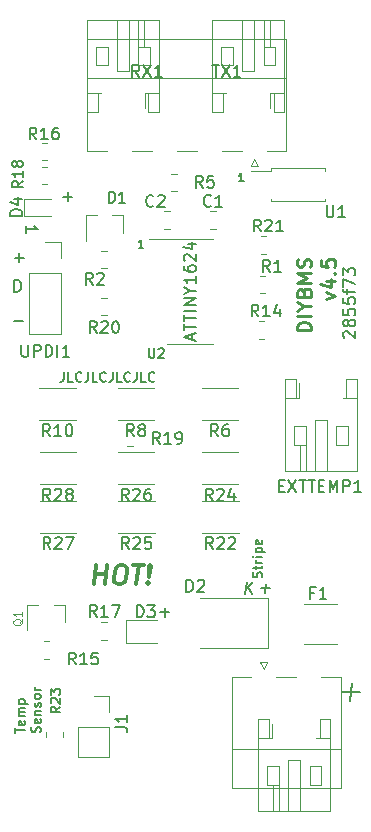
<source format=gto>
G04 #@! TF.GenerationSoftware,KiCad,Pcbnew,5.1.9+dfsg1-1+deb11u1*
G04 #@! TF.CreationDate,2022-12-13T13:47:05+00:00*
G04 #@! TF.ProjectId,ModuleV450,4d6f6475-6c65-4563-9435-302e6b696361,rev?*
G04 #@! TF.SameCoordinates,Original*
G04 #@! TF.FileFunction,Legend,Top*
G04 #@! TF.FilePolarity,Positive*
%FSLAX46Y46*%
G04 Gerber Fmt 4.6, Leading zero omitted, Abs format (unit mm)*
G04 Created by KiCad (PCBNEW 5.1.9+dfsg1-1+deb11u1) date 2022-12-13 13:47:05*
%MOMM*%
%LPD*%
G01*
G04 APERTURE LIST*
%ADD10C,0.200000*%
%ADD11C,0.150000*%
%ADD12C,0.175000*%
%ADD13C,0.300000*%
%ADD14C,0.250000*%
%ADD15C,0.120000*%
%ADD16C,0.100000*%
G04 APERTURE END LIST*
D10*
X130159088Y-101430457D02*
X131682897Y-101430457D01*
X130825754Y-102192361D02*
X131016230Y-100668552D01*
X102425695Y-67539980D02*
X102425695Y-66539980D01*
X102663790Y-66539980D01*
X102806647Y-66587600D01*
X102901885Y-66682838D01*
X102949504Y-66778076D01*
X102997123Y-66968552D01*
X102997123Y-67111409D01*
X102949504Y-67301885D01*
X102901885Y-67397123D01*
X102806647Y-67492361D01*
X102663790Y-67539980D01*
X102425695Y-67539980D01*
X102425694Y-70059028D02*
X103187599Y-70059028D01*
X102846171Y-64306647D02*
X102846171Y-65068552D01*
X102465219Y-64687600D02*
X103227123Y-64687600D01*
X123280219Y-92659028D02*
X124042123Y-92659028D01*
X123613552Y-93039980D02*
X123708790Y-92278076D01*
D11*
X123341409Y-91737719D02*
X123379504Y-91623433D01*
X123379504Y-91432957D01*
X123341409Y-91356766D01*
X123303314Y-91318671D01*
X123227123Y-91280576D01*
X123150933Y-91280576D01*
X123074742Y-91318671D01*
X123036647Y-91356766D01*
X122998552Y-91432957D01*
X122960457Y-91585338D01*
X122922361Y-91661528D01*
X122884266Y-91699623D01*
X122808076Y-91737719D01*
X122731885Y-91737719D01*
X122655695Y-91699623D01*
X122617600Y-91661528D01*
X122579504Y-91585338D01*
X122579504Y-91394861D01*
X122617600Y-91280576D01*
X122846171Y-91052004D02*
X122846171Y-90747242D01*
X122579504Y-90937719D02*
X123265219Y-90937719D01*
X123341409Y-90899623D01*
X123379504Y-90823433D01*
X123379504Y-90747242D01*
X123379504Y-90480576D02*
X122846171Y-90480576D01*
X122998552Y-90480576D02*
X122922361Y-90442480D01*
X122884266Y-90404385D01*
X122846171Y-90328195D01*
X122846171Y-90252004D01*
X123379504Y-89985338D02*
X122846171Y-89985338D01*
X122579504Y-89985338D02*
X122617600Y-90023433D01*
X122655695Y-89985338D01*
X122617600Y-89947242D01*
X122579504Y-89985338D01*
X122655695Y-89985338D01*
X122846171Y-89604385D02*
X123646171Y-89604385D01*
X122884266Y-89604385D02*
X122846171Y-89528195D01*
X122846171Y-89375814D01*
X122884266Y-89299623D01*
X122922361Y-89261528D01*
X122998552Y-89223433D01*
X123227123Y-89223433D01*
X123303314Y-89261528D01*
X123341409Y-89299623D01*
X123379504Y-89375814D01*
X123379504Y-89528195D01*
X123341409Y-89604385D01*
X123341409Y-88575814D02*
X123379504Y-88652004D01*
X123379504Y-88804385D01*
X123341409Y-88880576D01*
X123265219Y-88918671D01*
X122960457Y-88918671D01*
X122884266Y-88880576D01*
X122846171Y-88804385D01*
X122846171Y-88652004D01*
X122884266Y-88575814D01*
X122960457Y-88537719D01*
X123036647Y-88537719D01*
X123112838Y-88918671D01*
X130365219Y-71439980D02*
X130317600Y-71392361D01*
X130269980Y-71297123D01*
X130269980Y-71059028D01*
X130317600Y-70963790D01*
X130365219Y-70916171D01*
X130460457Y-70868552D01*
X130555695Y-70868552D01*
X130698552Y-70916171D01*
X131269980Y-71487600D01*
X131269980Y-70868552D01*
X130698552Y-70297123D02*
X130650933Y-70392361D01*
X130603314Y-70439980D01*
X130508076Y-70487600D01*
X130460457Y-70487600D01*
X130365219Y-70439980D01*
X130317600Y-70392361D01*
X130269980Y-70297123D01*
X130269980Y-70106647D01*
X130317600Y-70011409D01*
X130365219Y-69963790D01*
X130460457Y-69916171D01*
X130508076Y-69916171D01*
X130603314Y-69963790D01*
X130650933Y-70011409D01*
X130698552Y-70106647D01*
X130698552Y-70297123D01*
X130746171Y-70392361D01*
X130793790Y-70439980D01*
X130889028Y-70487600D01*
X131079504Y-70487600D01*
X131174742Y-70439980D01*
X131222361Y-70392361D01*
X131269980Y-70297123D01*
X131269980Y-70106647D01*
X131222361Y-70011409D01*
X131174742Y-69963790D01*
X131079504Y-69916171D01*
X130889028Y-69916171D01*
X130793790Y-69963790D01*
X130746171Y-70011409D01*
X130698552Y-70106647D01*
X130269980Y-69011409D02*
X130269980Y-69487600D01*
X130746171Y-69535219D01*
X130698552Y-69487600D01*
X130650933Y-69392361D01*
X130650933Y-69154266D01*
X130698552Y-69059028D01*
X130746171Y-69011409D01*
X130841409Y-68963790D01*
X131079504Y-68963790D01*
X131174742Y-69011409D01*
X131222361Y-69059028D01*
X131269980Y-69154266D01*
X131269980Y-69392361D01*
X131222361Y-69487600D01*
X131174742Y-69535219D01*
X130269980Y-68059028D02*
X130269980Y-68535219D01*
X130746171Y-68582838D01*
X130698552Y-68535219D01*
X130650933Y-68439980D01*
X130650933Y-68201885D01*
X130698552Y-68106647D01*
X130746171Y-68059028D01*
X130841409Y-68011409D01*
X131079504Y-68011409D01*
X131174742Y-68059028D01*
X131222361Y-68106647D01*
X131269980Y-68201885D01*
X131269980Y-68439980D01*
X131222361Y-68535219D01*
X131174742Y-68582838D01*
X130603314Y-67725695D02*
X130603314Y-67344742D01*
X131269980Y-67582838D02*
X130412838Y-67582838D01*
X130317600Y-67535219D01*
X130269980Y-67439980D01*
X130269980Y-67344742D01*
X130269980Y-67106647D02*
X130269980Y-66439980D01*
X131269980Y-66868552D01*
X130269980Y-66154266D02*
X130269980Y-65535219D01*
X130650933Y-65868552D01*
X130650933Y-65725695D01*
X130698552Y-65630457D01*
X130746171Y-65582838D01*
X130841409Y-65535219D01*
X131079504Y-65535219D01*
X131174742Y-65582838D01*
X131222361Y-65630457D01*
X131269980Y-65725695D01*
X131269980Y-66011409D01*
X131222361Y-66106647D01*
X131174742Y-66154266D01*
D10*
X121951647Y-93139980D02*
X122076647Y-92139980D01*
X122523076Y-93139980D02*
X122165933Y-92568552D01*
X122648076Y-92139980D02*
X122005219Y-92711409D01*
D12*
X117484266Y-71582838D02*
X117484266Y-71106647D01*
X117769980Y-71678076D02*
X116769980Y-71344742D01*
X117769980Y-71011409D01*
X116769980Y-70820933D02*
X116769980Y-70249504D01*
X117769980Y-70535219D02*
X116769980Y-70535219D01*
X116769980Y-70059028D02*
X116769980Y-69487600D01*
X117769980Y-69773314D02*
X116769980Y-69773314D01*
X117769980Y-69154266D02*
X116769980Y-69154266D01*
X117769980Y-68678076D02*
X116769980Y-68678076D01*
X117769980Y-68106647D01*
X116769980Y-68106647D01*
X117293790Y-67439980D02*
X117769980Y-67439980D01*
X116769980Y-67773314D02*
X117293790Y-67439980D01*
X116769980Y-67106647D01*
X117769980Y-66249504D02*
X117769980Y-66820933D01*
X117769980Y-66535219D02*
X116769980Y-66535219D01*
X116912838Y-66630457D01*
X117008076Y-66725695D01*
X117055695Y-66820933D01*
X116769980Y-65392361D02*
X116769980Y-65582838D01*
X116817600Y-65678076D01*
X116865219Y-65725695D01*
X117008076Y-65820933D01*
X117198552Y-65868552D01*
X117579504Y-65868552D01*
X117674742Y-65820933D01*
X117722361Y-65773314D01*
X117769980Y-65678076D01*
X117769980Y-65487600D01*
X117722361Y-65392361D01*
X117674742Y-65344742D01*
X117579504Y-65297123D01*
X117341409Y-65297123D01*
X117246171Y-65344742D01*
X117198552Y-65392361D01*
X117150933Y-65487600D01*
X117150933Y-65678076D01*
X117198552Y-65773314D01*
X117246171Y-65820933D01*
X117341409Y-65868552D01*
X116865219Y-64916171D02*
X116817600Y-64868552D01*
X116769980Y-64773314D01*
X116769980Y-64535219D01*
X116817600Y-64439980D01*
X116865219Y-64392361D01*
X116960457Y-64344742D01*
X117055695Y-64344742D01*
X117198552Y-64392361D01*
X117769980Y-64963790D01*
X117769980Y-64344742D01*
X117103314Y-63487600D02*
X117769980Y-63487600D01*
X116722361Y-63725695D02*
X117436647Y-63963790D01*
X117436647Y-63344742D01*
D11*
X106610576Y-74349504D02*
X106610576Y-74920933D01*
X106572480Y-75035219D01*
X106496290Y-75111409D01*
X106382004Y-75149504D01*
X106305814Y-75149504D01*
X107372480Y-75149504D02*
X106991528Y-75149504D01*
X106991528Y-74349504D01*
X108096290Y-75073314D02*
X108058195Y-75111409D01*
X107943909Y-75149504D01*
X107867719Y-75149504D01*
X107753433Y-75111409D01*
X107677242Y-75035219D01*
X107639147Y-74959028D01*
X107601052Y-74806647D01*
X107601052Y-74692361D01*
X107639147Y-74539980D01*
X107677242Y-74463790D01*
X107753433Y-74387600D01*
X107867719Y-74349504D01*
X107943909Y-74349504D01*
X108058195Y-74387600D01*
X108096290Y-74425695D01*
X108667719Y-74349504D02*
X108667719Y-74920933D01*
X108629623Y-75035219D01*
X108553433Y-75111409D01*
X108439147Y-75149504D01*
X108362957Y-75149504D01*
X109429623Y-75149504D02*
X109048671Y-75149504D01*
X109048671Y-74349504D01*
X110153433Y-75073314D02*
X110115338Y-75111409D01*
X110001052Y-75149504D01*
X109924861Y-75149504D01*
X109810576Y-75111409D01*
X109734385Y-75035219D01*
X109696290Y-74959028D01*
X109658195Y-74806647D01*
X109658195Y-74692361D01*
X109696290Y-74539980D01*
X109734385Y-74463790D01*
X109810576Y-74387600D01*
X109924861Y-74349504D01*
X110001052Y-74349504D01*
X110115338Y-74387600D01*
X110153433Y-74425695D01*
X110724861Y-74349504D02*
X110724861Y-74920933D01*
X110686766Y-75035219D01*
X110610576Y-75111409D01*
X110496290Y-75149504D01*
X110420100Y-75149504D01*
X111486766Y-75149504D02*
X111105814Y-75149504D01*
X111105814Y-74349504D01*
X112210576Y-75073314D02*
X112172480Y-75111409D01*
X112058195Y-75149504D01*
X111982004Y-75149504D01*
X111867719Y-75111409D01*
X111791528Y-75035219D01*
X111753433Y-74959028D01*
X111715338Y-74806647D01*
X111715338Y-74692361D01*
X111753433Y-74539980D01*
X111791528Y-74463790D01*
X111867719Y-74387600D01*
X111982004Y-74349504D01*
X112058195Y-74349504D01*
X112172480Y-74387600D01*
X112210576Y-74425695D01*
X112782004Y-74349504D02*
X112782004Y-74920933D01*
X112743909Y-75035219D01*
X112667719Y-75111409D01*
X112553433Y-75149504D01*
X112477242Y-75149504D01*
X113543909Y-75149504D02*
X113162957Y-75149504D01*
X113162957Y-74349504D01*
X114267719Y-75073314D02*
X114229623Y-75111409D01*
X114115338Y-75149504D01*
X114039147Y-75149504D01*
X113924861Y-75111409D01*
X113848671Y-75035219D01*
X113810576Y-74959028D01*
X113772480Y-74806647D01*
X113772480Y-74692361D01*
X113810576Y-74539980D01*
X113848671Y-74463790D01*
X113924861Y-74387600D01*
X114039147Y-74349504D01*
X114115338Y-74349504D01*
X114229623Y-74387600D01*
X114267719Y-74425695D01*
D10*
X115146171Y-94306647D02*
X115146171Y-95068552D01*
X114765219Y-94687600D02*
X115527123Y-94687600D01*
X106946171Y-59126647D02*
X106946171Y-59888552D01*
X106565219Y-59507600D02*
X107327123Y-59507600D01*
D11*
X102504504Y-104913909D02*
X102504504Y-104456766D01*
X103304504Y-104685338D02*
X102504504Y-104685338D01*
X103266409Y-103885338D02*
X103304504Y-103961528D01*
X103304504Y-104113909D01*
X103266409Y-104190100D01*
X103190219Y-104228195D01*
X102885457Y-104228195D01*
X102809266Y-104190100D01*
X102771171Y-104113909D01*
X102771171Y-103961528D01*
X102809266Y-103885338D01*
X102885457Y-103847242D01*
X102961647Y-103847242D01*
X103037838Y-104228195D01*
X103304504Y-103504385D02*
X102771171Y-103504385D01*
X102847361Y-103504385D02*
X102809266Y-103466290D01*
X102771171Y-103390100D01*
X102771171Y-103275814D01*
X102809266Y-103199623D01*
X102885457Y-103161528D01*
X103304504Y-103161528D01*
X102885457Y-103161528D02*
X102809266Y-103123433D01*
X102771171Y-103047242D01*
X102771171Y-102932957D01*
X102809266Y-102856766D01*
X102885457Y-102818671D01*
X103304504Y-102818671D01*
X102771171Y-102437719D02*
X103571171Y-102437719D01*
X102809266Y-102437719D02*
X102771171Y-102361528D01*
X102771171Y-102209147D01*
X102809266Y-102132957D01*
X102847361Y-102094861D01*
X102923552Y-102056766D01*
X103152123Y-102056766D01*
X103228314Y-102094861D01*
X103266409Y-102132957D01*
X103304504Y-102209147D01*
X103304504Y-102361528D01*
X103266409Y-102437719D01*
X104616409Y-104837719D02*
X104654504Y-104723433D01*
X104654504Y-104532957D01*
X104616409Y-104456766D01*
X104578314Y-104418671D01*
X104502123Y-104380576D01*
X104425933Y-104380576D01*
X104349742Y-104418671D01*
X104311647Y-104456766D01*
X104273552Y-104532957D01*
X104235457Y-104685338D01*
X104197361Y-104761528D01*
X104159266Y-104799623D01*
X104083076Y-104837719D01*
X104006885Y-104837719D01*
X103930695Y-104799623D01*
X103892600Y-104761528D01*
X103854504Y-104685338D01*
X103854504Y-104494861D01*
X103892600Y-104380576D01*
X104616409Y-103732957D02*
X104654504Y-103809147D01*
X104654504Y-103961528D01*
X104616409Y-104037719D01*
X104540219Y-104075814D01*
X104235457Y-104075814D01*
X104159266Y-104037719D01*
X104121171Y-103961528D01*
X104121171Y-103809147D01*
X104159266Y-103732957D01*
X104235457Y-103694861D01*
X104311647Y-103694861D01*
X104387838Y-104075814D01*
X104121171Y-103352004D02*
X104654504Y-103352004D01*
X104197361Y-103352004D02*
X104159266Y-103313909D01*
X104121171Y-103237719D01*
X104121171Y-103123433D01*
X104159266Y-103047242D01*
X104235457Y-103009147D01*
X104654504Y-103009147D01*
X104616409Y-102666290D02*
X104654504Y-102590100D01*
X104654504Y-102437719D01*
X104616409Y-102361528D01*
X104540219Y-102323433D01*
X104502123Y-102323433D01*
X104425933Y-102361528D01*
X104387838Y-102437719D01*
X104387838Y-102552004D01*
X104349742Y-102628195D01*
X104273552Y-102666290D01*
X104235457Y-102666290D01*
X104159266Y-102628195D01*
X104121171Y-102552004D01*
X104121171Y-102437719D01*
X104159266Y-102361528D01*
X104654504Y-101866290D02*
X104616409Y-101942480D01*
X104578314Y-101980576D01*
X104502123Y-102018671D01*
X104273552Y-102018671D01*
X104197361Y-101980576D01*
X104159266Y-101942480D01*
X104121171Y-101866290D01*
X104121171Y-101752004D01*
X104159266Y-101675814D01*
X104197361Y-101637719D01*
X104273552Y-101599623D01*
X104502123Y-101599623D01*
X104578314Y-101637719D01*
X104616409Y-101675814D01*
X104654504Y-101752004D01*
X104654504Y-101866290D01*
X104654504Y-101256766D02*
X104121171Y-101256766D01*
X104273552Y-101256766D02*
X104197361Y-101218671D01*
X104159266Y-101180576D01*
X104121171Y-101104385D01*
X104121171Y-101028195D01*
D12*
X113327600Y-63824266D02*
X112927600Y-63824266D01*
X113127600Y-63824266D02*
X113127600Y-63124266D01*
X113060933Y-63224266D01*
X112994266Y-63290933D01*
X112927600Y-63324266D01*
X121817600Y-58204266D02*
X121417600Y-58204266D01*
X121617600Y-58204266D02*
X121617600Y-57504266D01*
X121550933Y-57604266D01*
X121484266Y-57670933D01*
X121417600Y-57704266D01*
D13*
X109167034Y-92311409D02*
X109367034Y-90711409D01*
X109271796Y-91473314D02*
X110186082Y-91473314D01*
X110081320Y-92311409D02*
X110281320Y-90711409D01*
X111347986Y-90711409D02*
X111652748Y-90711409D01*
X111795605Y-90787600D01*
X111928939Y-90939980D01*
X111967034Y-91244742D01*
X111900367Y-91778076D01*
X111786082Y-92082838D01*
X111614653Y-92235219D01*
X111452748Y-92311409D01*
X111147986Y-92311409D01*
X111005129Y-92235219D01*
X110871796Y-92082838D01*
X110833701Y-91778076D01*
X110900367Y-91244742D01*
X111014653Y-90939980D01*
X111186082Y-90787600D01*
X111347986Y-90711409D01*
X112490844Y-90711409D02*
X113405129Y-90711409D01*
X112747986Y-92311409D02*
X112947986Y-90711409D01*
X113757510Y-92159028D02*
X113824177Y-92235219D01*
X113738463Y-92311409D01*
X113671796Y-92235219D01*
X113757510Y-92159028D01*
X113738463Y-92311409D01*
X113814653Y-91701885D02*
X113852748Y-90787600D01*
X113938463Y-90711409D01*
X114005129Y-90787600D01*
X113814653Y-91701885D01*
X113938463Y-90711409D01*
D10*
X103395219Y-62533314D02*
X103395219Y-61961885D01*
X103395219Y-62247600D02*
X104395219Y-62247600D01*
X104252361Y-62152361D01*
X104157123Y-62057123D01*
X104109504Y-61961885D01*
D14*
X127535457Y-70778671D02*
X126335457Y-70778671D01*
X126335457Y-70492957D01*
X126392600Y-70321528D01*
X126506885Y-70207242D01*
X126621171Y-70150100D01*
X126849742Y-70092957D01*
X127021171Y-70092957D01*
X127249742Y-70150100D01*
X127364028Y-70207242D01*
X127478314Y-70321528D01*
X127535457Y-70492957D01*
X127535457Y-70778671D01*
X127535457Y-69578671D02*
X126335457Y-69578671D01*
X126964028Y-68778671D02*
X127535457Y-68778671D01*
X126335457Y-69178671D02*
X126964028Y-68778671D01*
X126335457Y-68378671D01*
X126906885Y-67578671D02*
X126964028Y-67407242D01*
X127021171Y-67350100D01*
X127135457Y-67292957D01*
X127306885Y-67292957D01*
X127421171Y-67350100D01*
X127478314Y-67407242D01*
X127535457Y-67521528D01*
X127535457Y-67978671D01*
X126335457Y-67978671D01*
X126335457Y-67578671D01*
X126392600Y-67464385D01*
X126449742Y-67407242D01*
X126564028Y-67350100D01*
X126678314Y-67350100D01*
X126792600Y-67407242D01*
X126849742Y-67464385D01*
X126906885Y-67578671D01*
X126906885Y-67978671D01*
X127535457Y-66778671D02*
X126335457Y-66778671D01*
X127192600Y-66378671D01*
X126335457Y-65978671D01*
X127535457Y-65978671D01*
X127478314Y-65464385D02*
X127535457Y-65292957D01*
X127535457Y-65007242D01*
X127478314Y-64892957D01*
X127421171Y-64835814D01*
X127306885Y-64778671D01*
X127192600Y-64778671D01*
X127078314Y-64835814D01*
X127021171Y-64892957D01*
X126964028Y-65007242D01*
X126906885Y-65235814D01*
X126849742Y-65350100D01*
X126792600Y-65407242D01*
X126678314Y-65464385D01*
X126564028Y-65464385D01*
X126449742Y-65407242D01*
X126392600Y-65350100D01*
X126335457Y-65235814D01*
X126335457Y-64950100D01*
X126392600Y-64778671D01*
X128785457Y-68150100D02*
X129585457Y-67864385D01*
X128785457Y-67578671D01*
X128785457Y-66607242D02*
X129585457Y-66607242D01*
X128328314Y-66892957D02*
X129185457Y-67178671D01*
X129185457Y-66435814D01*
X129471171Y-65978671D02*
X129528314Y-65921528D01*
X129585457Y-65978671D01*
X129528314Y-66035814D01*
X129471171Y-65978671D01*
X129585457Y-65978671D01*
X128385457Y-64835814D02*
X128385457Y-65407242D01*
X128956885Y-65464385D01*
X128899742Y-65407242D01*
X128842600Y-65292957D01*
X128842600Y-65007242D01*
X128899742Y-64892957D01*
X128956885Y-64835814D01*
X129071171Y-64778671D01*
X129356885Y-64778671D01*
X129471171Y-64835814D01*
X129528314Y-64892957D01*
X129585457Y-65007242D01*
X129585457Y-65292957D01*
X129528314Y-65407242D01*
X129471171Y-65464385D01*
D15*
X105017600Y-63357600D02*
X106347600Y-63357600D01*
X106347600Y-63357600D02*
X106347600Y-64687600D01*
X106347600Y-65957600D02*
X106347600Y-71097600D01*
X103687600Y-71097600D02*
X106347600Y-71097600D01*
X103687600Y-65957600D02*
X103687600Y-71097600D01*
X103687600Y-65957600D02*
X106347600Y-65957600D01*
X123017600Y-56887600D02*
X122417600Y-56887600D01*
X122717600Y-56287600D02*
X123017600Y-56887600D01*
X122417600Y-56887600D02*
X122717600Y-56287600D01*
X125427600Y-49487600D02*
X108577600Y-49487600D01*
X114047600Y-55597600D02*
X112337600Y-55597600D01*
X117857600Y-55597600D02*
X116147600Y-55597600D01*
X121667600Y-55597600D02*
X119957600Y-55597600D01*
X108577600Y-55597600D02*
X110237600Y-55597600D01*
X125427600Y-55597600D02*
X123767600Y-55597600D01*
X108577600Y-46177600D02*
X108577600Y-55597600D01*
X125427600Y-46177600D02*
X108577600Y-46177600D01*
X125427600Y-55597600D02*
X125427600Y-46177600D01*
X123217600Y-98887600D02*
X123817600Y-98887600D01*
X123517600Y-99487600D02*
X123217600Y-98887600D01*
X123817600Y-98887600D02*
X123517600Y-99487600D01*
X120807600Y-106287600D02*
X130037600Y-106287600D01*
X124567600Y-100177600D02*
X126277600Y-100177600D01*
X130037600Y-100177600D02*
X128377600Y-100177600D01*
X120807600Y-100177600D02*
X122467600Y-100177600D01*
X130037600Y-109597600D02*
X130037600Y-100177600D01*
X120807600Y-109597600D02*
X130037600Y-109597600D01*
X120807600Y-100177600D02*
X120807600Y-109597600D01*
X103207600Y-61122600D02*
X105492600Y-61122600D01*
X103207600Y-59652600D02*
X103207600Y-61122600D01*
X105492600Y-59652600D02*
X103207600Y-59652600D01*
X107787600Y-104357600D02*
X110447600Y-104357600D01*
X107787600Y-104357600D02*
X107787600Y-106957600D01*
X107787600Y-106957600D02*
X110447600Y-106957600D01*
X110447600Y-104357600D02*
X110447600Y-106957600D01*
X110447600Y-101757600D02*
X110447600Y-103087600D01*
X109117600Y-101757600D02*
X110447600Y-101757600D01*
X107619664Y-83847600D02*
X104565536Y-83847600D01*
X107619664Y-81127600D02*
X104565536Y-81127600D01*
X107644664Y-87947600D02*
X104590536Y-87947600D01*
X107644664Y-85227600D02*
X104590536Y-85227600D01*
X114261330Y-83847600D02*
X111207202Y-83847600D01*
X114261330Y-81127600D02*
X111207202Y-81127600D01*
X114286330Y-87947600D02*
X111232202Y-87947600D01*
X114286330Y-85227600D02*
X111232202Y-85227600D01*
X121369664Y-83847600D02*
X118315536Y-83847600D01*
X121369664Y-81127600D02*
X118315536Y-81127600D01*
X121394664Y-87947600D02*
X118340536Y-87947600D01*
X121394664Y-85227600D02*
X118340536Y-85227600D01*
X107594664Y-78397600D02*
X104540536Y-78397600D01*
X107594664Y-75677600D02*
X104540536Y-75677600D01*
X114236330Y-78397600D02*
X111182202Y-78397600D01*
X114236330Y-75677600D02*
X111182202Y-75677600D01*
X121344664Y-78397600D02*
X118290536Y-78397600D01*
X121344664Y-75677600D02*
X118290536Y-75677600D01*
X117297600Y-63062600D02*
X113847600Y-63062600D01*
X117297600Y-63062600D02*
X119247600Y-63062600D01*
X117297600Y-71932600D02*
X115347600Y-71932600D01*
X117297600Y-71932600D02*
X119247600Y-71932600D01*
X124107600Y-57292600D02*
X122417600Y-57292600D01*
X124107600Y-57077600D02*
X124107600Y-57292600D01*
X126417600Y-57077600D02*
X124107600Y-57077600D01*
X128727600Y-57077600D02*
X128727600Y-57292600D01*
X126417600Y-57077600D02*
X128727600Y-57077600D01*
X124107600Y-59897600D02*
X124107600Y-59682600D01*
X126417600Y-59897600D02*
X124107600Y-59897600D01*
X128727600Y-59897600D02*
X128727600Y-59682600D01*
X126417600Y-59897600D02*
X128727600Y-59897600D01*
X124077600Y-50747600D02*
X124077600Y-51962600D01*
X124017600Y-46787600D02*
X124017600Y-44527600D01*
X123517600Y-46787600D02*
X123517600Y-44527600D01*
X120917600Y-48387600D02*
X119917600Y-48387600D01*
X120917600Y-46787600D02*
X120917600Y-48387600D01*
X119917600Y-46787600D02*
X120917600Y-46787600D01*
X119917600Y-48387600D02*
X119917600Y-46787600D01*
X123517600Y-48387600D02*
X124517600Y-48387600D01*
X123517600Y-46787600D02*
X123517600Y-48387600D01*
X124517600Y-46787600D02*
X123517600Y-46787600D01*
X124517600Y-48387600D02*
X124517600Y-46787600D01*
X119157600Y-50747600D02*
X120077600Y-50747600D01*
X125277600Y-50747600D02*
X124357600Y-50747600D01*
X121717600Y-48887600D02*
X121717600Y-44527600D01*
X122717600Y-48887600D02*
X121717600Y-48887600D01*
X122717600Y-44527600D02*
X122717600Y-48887600D01*
X120077600Y-50747600D02*
X120357600Y-50747600D01*
X120077600Y-52347600D02*
X120077600Y-50747600D01*
X119157600Y-52347600D02*
X120077600Y-52347600D01*
X119157600Y-44527600D02*
X119157600Y-52347600D01*
X125277600Y-44527600D02*
X119157600Y-44527600D01*
X125277600Y-52347600D02*
X125277600Y-44527600D01*
X124357600Y-52347600D02*
X125277600Y-52347600D01*
X124357600Y-50747600D02*
X124357600Y-52347600D01*
X124077600Y-50747600D02*
X124357600Y-50747600D01*
X113477600Y-50747600D02*
X113477600Y-51962600D01*
X113417600Y-46787600D02*
X113417600Y-44527600D01*
X112917600Y-46787600D02*
X112917600Y-44527600D01*
X110317600Y-48387600D02*
X109317600Y-48387600D01*
X110317600Y-46787600D02*
X110317600Y-48387600D01*
X109317600Y-46787600D02*
X110317600Y-46787600D01*
X109317600Y-48387600D02*
X109317600Y-46787600D01*
X112917600Y-48387600D02*
X113917600Y-48387600D01*
X112917600Y-46787600D02*
X112917600Y-48387600D01*
X113917600Y-46787600D02*
X112917600Y-46787600D01*
X113917600Y-48387600D02*
X113917600Y-46787600D01*
X108557600Y-50747600D02*
X109477600Y-50747600D01*
X114677600Y-50747600D02*
X113757600Y-50747600D01*
X111117600Y-48887600D02*
X111117600Y-44527600D01*
X112117600Y-48887600D02*
X111117600Y-48887600D01*
X112117600Y-44527600D02*
X112117600Y-48887600D01*
X109477600Y-50747600D02*
X109757600Y-50747600D01*
X109477600Y-52347600D02*
X109477600Y-50747600D01*
X108557600Y-52347600D02*
X109477600Y-52347600D01*
X108557600Y-44527600D02*
X108557600Y-52347600D01*
X114677600Y-44527600D02*
X108557600Y-44527600D01*
X114677600Y-52347600D02*
X114677600Y-44527600D01*
X113757600Y-52347600D02*
X114677600Y-52347600D01*
X113757600Y-50747600D02*
X113757600Y-52347600D01*
X113477600Y-50747600D02*
X113757600Y-50747600D01*
X123210536Y-67662600D02*
X123664664Y-67662600D01*
X123210536Y-66192600D02*
X123664664Y-66192600D01*
X123867600Y-97737600D02*
X118167600Y-97737600D01*
X123867600Y-93437600D02*
X118167600Y-93437600D01*
X123867600Y-97737600D02*
X123867600Y-93437600D01*
X106522600Y-105284664D02*
X106522600Y-104830536D01*
X105052600Y-105284664D02*
X105052600Y-104830536D01*
X123290536Y-64322600D02*
X123744664Y-64322600D01*
X123290536Y-62852600D02*
X123744664Y-62852600D01*
X110244664Y-68052600D02*
X109790536Y-68052600D01*
X110244664Y-69522600D02*
X109790536Y-69522600D01*
X111990536Y-80622600D02*
X112444664Y-80622600D01*
X111990536Y-79152600D02*
X112444664Y-79152600D01*
X104740536Y-58447600D02*
X105194664Y-58447600D01*
X104740536Y-56977600D02*
X105194664Y-56977600D01*
X109790536Y-96992600D02*
X110244664Y-96992600D01*
X109790536Y-95522600D02*
X110244664Y-95522600D01*
X104740536Y-56422600D02*
X105194664Y-56422600D01*
X104740536Y-54952600D02*
X105194664Y-54952600D01*
X104890536Y-98622600D02*
X105344664Y-98622600D01*
X104890536Y-97152600D02*
X105344664Y-97152600D01*
X123544664Y-70052600D02*
X123090536Y-70052600D01*
X123544664Y-71522600D02*
X123090536Y-71522600D01*
X116144664Y-57552600D02*
X115690536Y-57552600D01*
X116144664Y-59022600D02*
X115690536Y-59022600D01*
X109790536Y-65532600D02*
X110244664Y-65532600D01*
X109790536Y-64062600D02*
X110244664Y-64062600D01*
X124257600Y-105327600D02*
X124257600Y-104112600D01*
X124317600Y-109287600D02*
X124317600Y-111547600D01*
X124817600Y-109287600D02*
X124817600Y-111547600D01*
X127417600Y-107687600D02*
X128417600Y-107687600D01*
X127417600Y-109287600D02*
X127417600Y-107687600D01*
X128417600Y-109287600D02*
X127417600Y-109287600D01*
X128417600Y-107687600D02*
X128417600Y-109287600D01*
X124817600Y-107687600D02*
X123817600Y-107687600D01*
X124817600Y-109287600D02*
X124817600Y-107687600D01*
X123817600Y-109287600D02*
X124817600Y-109287600D01*
X123817600Y-107687600D02*
X123817600Y-109287600D01*
X129177600Y-105327600D02*
X128257600Y-105327600D01*
X123057600Y-105327600D02*
X123977600Y-105327600D01*
X126617600Y-107187600D02*
X126617600Y-111547600D01*
X125617600Y-107187600D02*
X126617600Y-107187600D01*
X125617600Y-111547600D02*
X125617600Y-107187600D01*
X128257600Y-105327600D02*
X127977600Y-105327600D01*
X128257600Y-103727600D02*
X128257600Y-105327600D01*
X129177600Y-103727600D02*
X128257600Y-103727600D01*
X129177600Y-111547600D02*
X129177600Y-103727600D01*
X123057600Y-111547600D02*
X129177600Y-111547600D01*
X123057600Y-103727600D02*
X123057600Y-111547600D01*
X123977600Y-103727600D02*
X123057600Y-103727600D01*
X123977600Y-105327600D02*
X123977600Y-103727600D01*
X124257600Y-105327600D02*
X123977600Y-105327600D01*
X126931348Y-97397600D02*
X129703852Y-97397600D01*
X126931348Y-93977600D02*
X129703852Y-93977600D01*
X126507600Y-76527600D02*
X126507600Y-75312600D01*
X126567600Y-80487600D02*
X126567600Y-82747600D01*
X127067600Y-80487600D02*
X127067600Y-82747600D01*
X129667600Y-78887600D02*
X130667600Y-78887600D01*
X129667600Y-80487600D02*
X129667600Y-78887600D01*
X130667600Y-80487600D02*
X129667600Y-80487600D01*
X130667600Y-78887600D02*
X130667600Y-80487600D01*
X127067600Y-78887600D02*
X126067600Y-78887600D01*
X127067600Y-80487600D02*
X127067600Y-78887600D01*
X126067600Y-80487600D02*
X127067600Y-80487600D01*
X126067600Y-78887600D02*
X126067600Y-80487600D01*
X131427600Y-76527600D02*
X130507600Y-76527600D01*
X125307600Y-76527600D02*
X126227600Y-76527600D01*
X128867600Y-78387600D02*
X128867600Y-82747600D01*
X127867600Y-78387600D02*
X128867600Y-78387600D01*
X127867600Y-82747600D02*
X127867600Y-78387600D01*
X130507600Y-76527600D02*
X130227600Y-76527600D01*
X130507600Y-74927600D02*
X130507600Y-76527600D01*
X131427600Y-74927600D02*
X130507600Y-74927600D01*
X131427600Y-82747600D02*
X131427600Y-74927600D01*
X125307600Y-82747600D02*
X131427600Y-82747600D01*
X125307600Y-74927600D02*
X125307600Y-82747600D01*
X126227600Y-74927600D02*
X125307600Y-74927600D01*
X126227600Y-76527600D02*
X126227600Y-74927600D01*
X126507600Y-76527600D02*
X126227600Y-76527600D01*
X111832600Y-97262600D02*
X114517600Y-97262600D01*
X111832600Y-95342600D02*
X111832600Y-97262600D01*
X114517600Y-95342600D02*
X111832600Y-95342600D01*
X111637600Y-61087600D02*
X111637600Y-62547600D01*
X108477600Y-61087600D02*
X108477600Y-63247600D01*
X108477600Y-61087600D02*
X109407600Y-61087600D01*
X111637600Y-61087600D02*
X110707600Y-61087600D01*
X115076348Y-62202600D02*
X115598852Y-62202600D01*
X115076348Y-60732600D02*
X115598852Y-60732600D01*
X118996348Y-62212600D02*
X119518852Y-62212600D01*
X118996348Y-60742600D02*
X119518852Y-60742600D01*
X106672600Y-94027600D02*
X105742600Y-94027600D01*
X103512600Y-94027600D02*
X104442600Y-94027600D01*
X103512600Y-94027600D02*
X103512600Y-96187600D01*
X106672600Y-94027600D02*
X106672600Y-95487600D01*
D11*
X103017600Y-72039980D02*
X103017600Y-72849504D01*
X103065219Y-72944742D01*
X103112838Y-72992361D01*
X103208076Y-73039980D01*
X103398552Y-73039980D01*
X103493790Y-72992361D01*
X103541409Y-72944742D01*
X103589028Y-72849504D01*
X103589028Y-72039980D01*
X104065219Y-73039980D02*
X104065219Y-72039980D01*
X104446171Y-72039980D01*
X104541409Y-72087600D01*
X104589028Y-72135219D01*
X104636647Y-72230457D01*
X104636647Y-72373314D01*
X104589028Y-72468552D01*
X104541409Y-72516171D01*
X104446171Y-72563790D01*
X104065219Y-72563790D01*
X105065219Y-73039980D02*
X105065219Y-72039980D01*
X105303314Y-72039980D01*
X105446171Y-72087600D01*
X105541409Y-72182838D01*
X105589028Y-72278076D01*
X105636647Y-72468552D01*
X105636647Y-72611409D01*
X105589028Y-72801885D01*
X105541409Y-72897123D01*
X105446171Y-72992361D01*
X105303314Y-73039980D01*
X105065219Y-73039980D01*
X106065219Y-73039980D02*
X106065219Y-72039980D01*
X107065219Y-73039980D02*
X106493790Y-73039980D01*
X106779504Y-73039980D02*
X106779504Y-72039980D01*
X106684266Y-72182838D01*
X106589028Y-72278076D01*
X106493790Y-72325695D01*
X103069980Y-61125695D02*
X102069980Y-61125695D01*
X102069980Y-60887600D01*
X102117600Y-60744742D01*
X102212838Y-60649504D01*
X102308076Y-60601885D01*
X102498552Y-60554266D01*
X102641409Y-60554266D01*
X102831885Y-60601885D01*
X102927123Y-60649504D01*
X103022361Y-60744742D01*
X103069980Y-60887600D01*
X103069980Y-61125695D01*
X102403314Y-59697123D02*
X103069980Y-59697123D01*
X102022361Y-59935219D02*
X102736647Y-60173314D01*
X102736647Y-59554266D01*
X110969980Y-104420933D02*
X111684266Y-104420933D01*
X111827123Y-104468552D01*
X111922361Y-104563790D01*
X111969980Y-104706647D01*
X111969980Y-104801885D01*
X111969980Y-103420933D02*
X111969980Y-103992361D01*
X111969980Y-103706647D02*
X110969980Y-103706647D01*
X111112838Y-103801885D01*
X111208076Y-103897123D01*
X111255695Y-103992361D01*
X105449742Y-85219980D02*
X105116409Y-84743790D01*
X104878314Y-85219980D02*
X104878314Y-84219980D01*
X105259266Y-84219980D01*
X105354504Y-84267600D01*
X105402123Y-84315219D01*
X105449742Y-84410457D01*
X105449742Y-84553314D01*
X105402123Y-84648552D01*
X105354504Y-84696171D01*
X105259266Y-84743790D01*
X104878314Y-84743790D01*
X105830695Y-84315219D02*
X105878314Y-84267600D01*
X105973552Y-84219980D01*
X106211647Y-84219980D01*
X106306885Y-84267600D01*
X106354504Y-84315219D01*
X106402123Y-84410457D01*
X106402123Y-84505695D01*
X106354504Y-84648552D01*
X105783076Y-85219980D01*
X106402123Y-85219980D01*
X106973552Y-84648552D02*
X106878314Y-84600933D01*
X106830695Y-84553314D01*
X106783076Y-84458076D01*
X106783076Y-84410457D01*
X106830695Y-84315219D01*
X106878314Y-84267600D01*
X106973552Y-84219980D01*
X107164028Y-84219980D01*
X107259266Y-84267600D01*
X107306885Y-84315219D01*
X107354504Y-84410457D01*
X107354504Y-84458076D01*
X107306885Y-84553314D01*
X107259266Y-84600933D01*
X107164028Y-84648552D01*
X106973552Y-84648552D01*
X106878314Y-84696171D01*
X106830695Y-84743790D01*
X106783076Y-84839028D01*
X106783076Y-85029504D01*
X106830695Y-85124742D01*
X106878314Y-85172361D01*
X106973552Y-85219980D01*
X107164028Y-85219980D01*
X107259266Y-85172361D01*
X107306885Y-85124742D01*
X107354504Y-85029504D01*
X107354504Y-84839028D01*
X107306885Y-84743790D01*
X107259266Y-84696171D01*
X107164028Y-84648552D01*
X105474742Y-89319980D02*
X105141409Y-88843790D01*
X104903314Y-89319980D02*
X104903314Y-88319980D01*
X105284266Y-88319980D01*
X105379504Y-88367600D01*
X105427123Y-88415219D01*
X105474742Y-88510457D01*
X105474742Y-88653314D01*
X105427123Y-88748552D01*
X105379504Y-88796171D01*
X105284266Y-88843790D01*
X104903314Y-88843790D01*
X105855695Y-88415219D02*
X105903314Y-88367600D01*
X105998552Y-88319980D01*
X106236647Y-88319980D01*
X106331885Y-88367600D01*
X106379504Y-88415219D01*
X106427123Y-88510457D01*
X106427123Y-88605695D01*
X106379504Y-88748552D01*
X105808076Y-89319980D01*
X106427123Y-89319980D01*
X106760457Y-88319980D02*
X107427123Y-88319980D01*
X106998552Y-89319980D01*
X112091408Y-85219980D02*
X111758075Y-84743790D01*
X111519980Y-85219980D02*
X111519980Y-84219980D01*
X111900932Y-84219980D01*
X111996170Y-84267600D01*
X112043789Y-84315219D01*
X112091408Y-84410457D01*
X112091408Y-84553314D01*
X112043789Y-84648552D01*
X111996170Y-84696171D01*
X111900932Y-84743790D01*
X111519980Y-84743790D01*
X112472361Y-84315219D02*
X112519980Y-84267600D01*
X112615218Y-84219980D01*
X112853313Y-84219980D01*
X112948551Y-84267600D01*
X112996170Y-84315219D01*
X113043789Y-84410457D01*
X113043789Y-84505695D01*
X112996170Y-84648552D01*
X112424742Y-85219980D01*
X113043789Y-85219980D01*
X113900932Y-84219980D02*
X113710456Y-84219980D01*
X113615218Y-84267600D01*
X113567599Y-84315219D01*
X113472361Y-84458076D01*
X113424742Y-84648552D01*
X113424742Y-85029504D01*
X113472361Y-85124742D01*
X113519980Y-85172361D01*
X113615218Y-85219980D01*
X113805694Y-85219980D01*
X113900932Y-85172361D01*
X113948551Y-85124742D01*
X113996170Y-85029504D01*
X113996170Y-84791409D01*
X113948551Y-84696171D01*
X113900932Y-84648552D01*
X113805694Y-84600933D01*
X113615218Y-84600933D01*
X113519980Y-84648552D01*
X113472361Y-84696171D01*
X113424742Y-84791409D01*
X112116408Y-89319980D02*
X111783075Y-88843790D01*
X111544980Y-89319980D02*
X111544980Y-88319980D01*
X111925932Y-88319980D01*
X112021170Y-88367600D01*
X112068789Y-88415219D01*
X112116408Y-88510457D01*
X112116408Y-88653314D01*
X112068789Y-88748552D01*
X112021170Y-88796171D01*
X111925932Y-88843790D01*
X111544980Y-88843790D01*
X112497361Y-88415219D02*
X112544980Y-88367600D01*
X112640218Y-88319980D01*
X112878313Y-88319980D01*
X112973551Y-88367600D01*
X113021170Y-88415219D01*
X113068789Y-88510457D01*
X113068789Y-88605695D01*
X113021170Y-88748552D01*
X112449742Y-89319980D01*
X113068789Y-89319980D01*
X113973551Y-88319980D02*
X113497361Y-88319980D01*
X113449742Y-88796171D01*
X113497361Y-88748552D01*
X113592599Y-88700933D01*
X113830694Y-88700933D01*
X113925932Y-88748552D01*
X113973551Y-88796171D01*
X114021170Y-88891409D01*
X114021170Y-89129504D01*
X113973551Y-89224742D01*
X113925932Y-89272361D01*
X113830694Y-89319980D01*
X113592599Y-89319980D01*
X113497361Y-89272361D01*
X113449742Y-89224742D01*
X119199742Y-85219980D02*
X118866409Y-84743790D01*
X118628314Y-85219980D02*
X118628314Y-84219980D01*
X119009266Y-84219980D01*
X119104504Y-84267600D01*
X119152123Y-84315219D01*
X119199742Y-84410457D01*
X119199742Y-84553314D01*
X119152123Y-84648552D01*
X119104504Y-84696171D01*
X119009266Y-84743790D01*
X118628314Y-84743790D01*
X119580695Y-84315219D02*
X119628314Y-84267600D01*
X119723552Y-84219980D01*
X119961647Y-84219980D01*
X120056885Y-84267600D01*
X120104504Y-84315219D01*
X120152123Y-84410457D01*
X120152123Y-84505695D01*
X120104504Y-84648552D01*
X119533076Y-85219980D01*
X120152123Y-85219980D01*
X121009266Y-84553314D02*
X121009266Y-85219980D01*
X120771171Y-84172361D02*
X120533076Y-84886647D01*
X121152123Y-84886647D01*
X119224742Y-89319980D02*
X118891409Y-88843790D01*
X118653314Y-89319980D02*
X118653314Y-88319980D01*
X119034266Y-88319980D01*
X119129504Y-88367600D01*
X119177123Y-88415219D01*
X119224742Y-88510457D01*
X119224742Y-88653314D01*
X119177123Y-88748552D01*
X119129504Y-88796171D01*
X119034266Y-88843790D01*
X118653314Y-88843790D01*
X119605695Y-88415219D02*
X119653314Y-88367600D01*
X119748552Y-88319980D01*
X119986647Y-88319980D01*
X120081885Y-88367600D01*
X120129504Y-88415219D01*
X120177123Y-88510457D01*
X120177123Y-88605695D01*
X120129504Y-88748552D01*
X119558076Y-89319980D01*
X120177123Y-89319980D01*
X120558076Y-88415219D02*
X120605695Y-88367600D01*
X120700933Y-88319980D01*
X120939028Y-88319980D01*
X121034266Y-88367600D01*
X121081885Y-88415219D01*
X121129504Y-88510457D01*
X121129504Y-88605695D01*
X121081885Y-88748552D01*
X120510457Y-89319980D01*
X121129504Y-89319980D01*
X105424742Y-79769980D02*
X105091409Y-79293790D01*
X104853314Y-79769980D02*
X104853314Y-78769980D01*
X105234266Y-78769980D01*
X105329504Y-78817600D01*
X105377123Y-78865219D01*
X105424742Y-78960457D01*
X105424742Y-79103314D01*
X105377123Y-79198552D01*
X105329504Y-79246171D01*
X105234266Y-79293790D01*
X104853314Y-79293790D01*
X106377123Y-79769980D02*
X105805695Y-79769980D01*
X106091409Y-79769980D02*
X106091409Y-78769980D01*
X105996171Y-78912838D01*
X105900933Y-79008076D01*
X105805695Y-79055695D01*
X106996171Y-78769980D02*
X107091409Y-78769980D01*
X107186647Y-78817600D01*
X107234266Y-78865219D01*
X107281885Y-78960457D01*
X107329504Y-79150933D01*
X107329504Y-79389028D01*
X107281885Y-79579504D01*
X107234266Y-79674742D01*
X107186647Y-79722361D01*
X107091409Y-79769980D01*
X106996171Y-79769980D01*
X106900933Y-79722361D01*
X106853314Y-79674742D01*
X106805695Y-79579504D01*
X106758076Y-79389028D01*
X106758076Y-79150933D01*
X106805695Y-78960457D01*
X106853314Y-78865219D01*
X106900933Y-78817600D01*
X106996171Y-78769980D01*
X112542599Y-79769980D02*
X112209266Y-79293790D01*
X111971170Y-79769980D02*
X111971170Y-78769980D01*
X112352123Y-78769980D01*
X112447361Y-78817600D01*
X112494980Y-78865219D01*
X112542599Y-78960457D01*
X112542599Y-79103314D01*
X112494980Y-79198552D01*
X112447361Y-79246171D01*
X112352123Y-79293790D01*
X111971170Y-79293790D01*
X113114027Y-79198552D02*
X113018789Y-79150933D01*
X112971170Y-79103314D01*
X112923551Y-79008076D01*
X112923551Y-78960457D01*
X112971170Y-78865219D01*
X113018789Y-78817600D01*
X113114027Y-78769980D01*
X113304504Y-78769980D01*
X113399742Y-78817600D01*
X113447361Y-78865219D01*
X113494980Y-78960457D01*
X113494980Y-79008076D01*
X113447361Y-79103314D01*
X113399742Y-79150933D01*
X113304504Y-79198552D01*
X113114027Y-79198552D01*
X113018789Y-79246171D01*
X112971170Y-79293790D01*
X112923551Y-79389028D01*
X112923551Y-79579504D01*
X112971170Y-79674742D01*
X113018789Y-79722361D01*
X113114027Y-79769980D01*
X113304504Y-79769980D01*
X113399742Y-79722361D01*
X113447361Y-79674742D01*
X113494980Y-79579504D01*
X113494980Y-79389028D01*
X113447361Y-79293790D01*
X113399742Y-79246171D01*
X113304504Y-79198552D01*
X119650933Y-79769980D02*
X119317600Y-79293790D01*
X119079504Y-79769980D02*
X119079504Y-78769980D01*
X119460457Y-78769980D01*
X119555695Y-78817600D01*
X119603314Y-78865219D01*
X119650933Y-78960457D01*
X119650933Y-79103314D01*
X119603314Y-79198552D01*
X119555695Y-79246171D01*
X119460457Y-79293790D01*
X119079504Y-79293790D01*
X120508076Y-78769980D02*
X120317600Y-78769980D01*
X120222361Y-78817600D01*
X120174742Y-78865219D01*
X120079504Y-79008076D01*
X120031885Y-79198552D01*
X120031885Y-79579504D01*
X120079504Y-79674742D01*
X120127123Y-79722361D01*
X120222361Y-79769980D01*
X120412838Y-79769980D01*
X120508076Y-79722361D01*
X120555695Y-79674742D01*
X120603314Y-79579504D01*
X120603314Y-79341409D01*
X120555695Y-79246171D01*
X120508076Y-79198552D01*
X120412838Y-79150933D01*
X120222361Y-79150933D01*
X120127123Y-79198552D01*
X120079504Y-79246171D01*
X120031885Y-79341409D01*
X113808076Y-72349504D02*
X113808076Y-72997123D01*
X113846171Y-73073314D01*
X113884266Y-73111409D01*
X113960457Y-73149504D01*
X114112838Y-73149504D01*
X114189028Y-73111409D01*
X114227123Y-73073314D01*
X114265219Y-72997123D01*
X114265219Y-72349504D01*
X114608076Y-72425695D02*
X114646171Y-72387600D01*
X114722361Y-72349504D01*
X114912838Y-72349504D01*
X114989028Y-72387600D01*
X115027123Y-72425695D01*
X115065219Y-72501885D01*
X115065219Y-72578076D01*
X115027123Y-72692361D01*
X114569980Y-73149504D01*
X115065219Y-73149504D01*
X128855695Y-60239980D02*
X128855695Y-61049504D01*
X128903314Y-61144742D01*
X128950933Y-61192361D01*
X129046171Y-61239980D01*
X129236647Y-61239980D01*
X129331885Y-61192361D01*
X129379504Y-61144742D01*
X129427123Y-61049504D01*
X129427123Y-60239980D01*
X130427123Y-61239980D02*
X129855695Y-61239980D01*
X130141409Y-61239980D02*
X130141409Y-60239980D01*
X130046171Y-60382838D01*
X129950933Y-60478076D01*
X129855695Y-60525695D01*
X119179504Y-48339980D02*
X119750933Y-48339980D01*
X119465219Y-49339980D02*
X119465219Y-48339980D01*
X119989028Y-48339980D02*
X120655695Y-49339980D01*
X120655695Y-48339980D02*
X119989028Y-49339980D01*
X121560457Y-49339980D02*
X120989028Y-49339980D01*
X121274742Y-49339980D02*
X121274742Y-48339980D01*
X121179504Y-48482838D01*
X121084266Y-48578076D01*
X120989028Y-48625695D01*
X112974742Y-49339980D02*
X112641409Y-48863790D01*
X112403314Y-49339980D02*
X112403314Y-48339980D01*
X112784266Y-48339980D01*
X112879504Y-48387600D01*
X112927123Y-48435219D01*
X112974742Y-48530457D01*
X112974742Y-48673314D01*
X112927123Y-48768552D01*
X112879504Y-48816171D01*
X112784266Y-48863790D01*
X112403314Y-48863790D01*
X113308076Y-48339980D02*
X113974742Y-49339980D01*
X113974742Y-48339980D02*
X113308076Y-49339980D01*
X114879504Y-49339980D02*
X114308076Y-49339980D01*
X114593790Y-49339980D02*
X114593790Y-48339980D01*
X114498552Y-48482838D01*
X114403314Y-48578076D01*
X114308076Y-48625695D01*
X124050933Y-65839980D02*
X123717600Y-65363790D01*
X123479504Y-65839980D02*
X123479504Y-64839980D01*
X123860457Y-64839980D01*
X123955695Y-64887600D01*
X124003314Y-64935219D01*
X124050933Y-65030457D01*
X124050933Y-65173314D01*
X124003314Y-65268552D01*
X123955695Y-65316171D01*
X123860457Y-65363790D01*
X123479504Y-65363790D01*
X125003314Y-65839980D02*
X124431885Y-65839980D01*
X124717600Y-65839980D02*
X124717600Y-64839980D01*
X124622361Y-64982838D01*
X124527123Y-65078076D01*
X124431885Y-65125695D01*
X116979504Y-92939980D02*
X116979504Y-91939980D01*
X117217600Y-91939980D01*
X117360457Y-91987600D01*
X117455695Y-92082838D01*
X117503314Y-92178076D01*
X117550933Y-92368552D01*
X117550933Y-92511409D01*
X117503314Y-92701885D01*
X117455695Y-92797123D01*
X117360457Y-92892361D01*
X117217600Y-92939980D01*
X116979504Y-92939980D01*
X117931885Y-92035219D02*
X117979504Y-91987600D01*
X118074742Y-91939980D01*
X118312838Y-91939980D01*
X118408076Y-91987600D01*
X118455695Y-92035219D01*
X118503314Y-92130457D01*
X118503314Y-92225695D01*
X118455695Y-92368552D01*
X117884266Y-92939980D01*
X118503314Y-92939980D01*
X106279504Y-102701885D02*
X105898552Y-102968552D01*
X106279504Y-103159028D02*
X105479504Y-103159028D01*
X105479504Y-102854266D01*
X105517600Y-102778076D01*
X105555695Y-102739980D01*
X105631885Y-102701885D01*
X105746171Y-102701885D01*
X105822361Y-102739980D01*
X105860457Y-102778076D01*
X105898552Y-102854266D01*
X105898552Y-103159028D01*
X105555695Y-102397123D02*
X105517600Y-102359028D01*
X105479504Y-102282838D01*
X105479504Y-102092361D01*
X105517600Y-102016171D01*
X105555695Y-101978076D01*
X105631885Y-101939980D01*
X105708076Y-101939980D01*
X105822361Y-101978076D01*
X106279504Y-102435219D01*
X106279504Y-101939980D01*
X105479504Y-101673314D02*
X105479504Y-101178076D01*
X105784266Y-101444742D01*
X105784266Y-101330457D01*
X105822361Y-101254266D01*
X105860457Y-101216171D01*
X105936647Y-101178076D01*
X106127123Y-101178076D01*
X106203314Y-101216171D01*
X106241409Y-101254266D01*
X106279504Y-101330457D01*
X106279504Y-101559028D01*
X106241409Y-101635219D01*
X106203314Y-101673314D01*
X123274742Y-62439980D02*
X122941409Y-61963790D01*
X122703314Y-62439980D02*
X122703314Y-61439980D01*
X123084266Y-61439980D01*
X123179504Y-61487600D01*
X123227123Y-61535219D01*
X123274742Y-61630457D01*
X123274742Y-61773314D01*
X123227123Y-61868552D01*
X123179504Y-61916171D01*
X123084266Y-61963790D01*
X122703314Y-61963790D01*
X123655695Y-61535219D02*
X123703314Y-61487600D01*
X123798552Y-61439980D01*
X124036647Y-61439980D01*
X124131885Y-61487600D01*
X124179504Y-61535219D01*
X124227123Y-61630457D01*
X124227123Y-61725695D01*
X124179504Y-61868552D01*
X123608076Y-62439980D01*
X124227123Y-62439980D01*
X125179504Y-62439980D02*
X124608076Y-62439980D01*
X124893790Y-62439980D02*
X124893790Y-61439980D01*
X124798552Y-61582838D01*
X124703314Y-61678076D01*
X124608076Y-61725695D01*
X109374742Y-71039980D02*
X109041409Y-70563790D01*
X108803314Y-71039980D02*
X108803314Y-70039980D01*
X109184266Y-70039980D01*
X109279504Y-70087600D01*
X109327123Y-70135219D01*
X109374742Y-70230457D01*
X109374742Y-70373314D01*
X109327123Y-70468552D01*
X109279504Y-70516171D01*
X109184266Y-70563790D01*
X108803314Y-70563790D01*
X109755695Y-70135219D02*
X109803314Y-70087600D01*
X109898552Y-70039980D01*
X110136647Y-70039980D01*
X110231885Y-70087600D01*
X110279504Y-70135219D01*
X110327123Y-70230457D01*
X110327123Y-70325695D01*
X110279504Y-70468552D01*
X109708076Y-71039980D01*
X110327123Y-71039980D01*
X110946171Y-70039980D02*
X111041409Y-70039980D01*
X111136647Y-70087600D01*
X111184266Y-70135219D01*
X111231885Y-70230457D01*
X111279504Y-70420933D01*
X111279504Y-70659028D01*
X111231885Y-70849504D01*
X111184266Y-70944742D01*
X111136647Y-70992361D01*
X111041409Y-71039980D01*
X110946171Y-71039980D01*
X110850933Y-70992361D01*
X110803314Y-70944742D01*
X110755695Y-70849504D01*
X110708076Y-70659028D01*
X110708076Y-70420933D01*
X110755695Y-70230457D01*
X110803314Y-70135219D01*
X110850933Y-70087600D01*
X110946171Y-70039980D01*
X114724742Y-80414980D02*
X114391409Y-79938790D01*
X114153314Y-80414980D02*
X114153314Y-79414980D01*
X114534266Y-79414980D01*
X114629504Y-79462600D01*
X114677123Y-79510219D01*
X114724742Y-79605457D01*
X114724742Y-79748314D01*
X114677123Y-79843552D01*
X114629504Y-79891171D01*
X114534266Y-79938790D01*
X114153314Y-79938790D01*
X115677123Y-80414980D02*
X115105695Y-80414980D01*
X115391409Y-80414980D02*
X115391409Y-79414980D01*
X115296171Y-79557838D01*
X115200933Y-79653076D01*
X115105695Y-79700695D01*
X116153314Y-80414980D02*
X116343790Y-80414980D01*
X116439028Y-80367361D01*
X116486647Y-80319742D01*
X116581885Y-80176885D01*
X116629504Y-79986409D01*
X116629504Y-79605457D01*
X116581885Y-79510219D01*
X116534266Y-79462600D01*
X116439028Y-79414980D01*
X116248552Y-79414980D01*
X116153314Y-79462600D01*
X116105695Y-79510219D01*
X116058076Y-79605457D01*
X116058076Y-79843552D01*
X116105695Y-79938790D01*
X116153314Y-79986409D01*
X116248552Y-80034028D01*
X116439028Y-80034028D01*
X116534266Y-79986409D01*
X116581885Y-79938790D01*
X116629504Y-79843552D01*
X103124742Y-58166171D02*
X102696171Y-58466171D01*
X103124742Y-58680457D02*
X102224742Y-58680457D01*
X102224742Y-58337600D01*
X102267600Y-58251885D01*
X102310457Y-58209028D01*
X102396171Y-58166171D01*
X102524742Y-58166171D01*
X102610457Y-58209028D01*
X102653314Y-58251885D01*
X102696171Y-58337600D01*
X102696171Y-58680457D01*
X103124742Y-57309028D02*
X103124742Y-57823314D01*
X103124742Y-57566171D02*
X102224742Y-57566171D01*
X102353314Y-57651885D01*
X102439028Y-57737600D01*
X102481885Y-57823314D01*
X102610457Y-56794742D02*
X102567600Y-56880457D01*
X102524742Y-56923314D01*
X102439028Y-56966171D01*
X102396171Y-56966171D01*
X102310457Y-56923314D01*
X102267600Y-56880457D01*
X102224742Y-56794742D01*
X102224742Y-56623314D01*
X102267600Y-56537600D01*
X102310457Y-56494742D01*
X102396171Y-56451885D01*
X102439028Y-56451885D01*
X102524742Y-56494742D01*
X102567600Y-56537600D01*
X102610457Y-56623314D01*
X102610457Y-56794742D01*
X102653314Y-56880457D01*
X102696171Y-56923314D01*
X102781885Y-56966171D01*
X102953314Y-56966171D01*
X103039028Y-56923314D01*
X103081885Y-56880457D01*
X103124742Y-56794742D01*
X103124742Y-56623314D01*
X103081885Y-56537600D01*
X103039028Y-56494742D01*
X102953314Y-56451885D01*
X102781885Y-56451885D01*
X102696171Y-56494742D01*
X102653314Y-56537600D01*
X102610457Y-56623314D01*
X109374742Y-95059980D02*
X109041409Y-94583790D01*
X108803314Y-95059980D02*
X108803314Y-94059980D01*
X109184266Y-94059980D01*
X109279504Y-94107600D01*
X109327123Y-94155219D01*
X109374742Y-94250457D01*
X109374742Y-94393314D01*
X109327123Y-94488552D01*
X109279504Y-94536171D01*
X109184266Y-94583790D01*
X108803314Y-94583790D01*
X110327123Y-95059980D02*
X109755695Y-95059980D01*
X110041409Y-95059980D02*
X110041409Y-94059980D01*
X109946171Y-94202838D01*
X109850933Y-94298076D01*
X109755695Y-94345695D01*
X110660457Y-94059980D02*
X111327123Y-94059980D01*
X110898552Y-95059980D01*
X104274742Y-54639980D02*
X103941409Y-54163790D01*
X103703314Y-54639980D02*
X103703314Y-53639980D01*
X104084266Y-53639980D01*
X104179504Y-53687600D01*
X104227123Y-53735219D01*
X104274742Y-53830457D01*
X104274742Y-53973314D01*
X104227123Y-54068552D01*
X104179504Y-54116171D01*
X104084266Y-54163790D01*
X103703314Y-54163790D01*
X105227123Y-54639980D02*
X104655695Y-54639980D01*
X104941409Y-54639980D02*
X104941409Y-53639980D01*
X104846171Y-53782838D01*
X104750933Y-53878076D01*
X104655695Y-53925695D01*
X106084266Y-53639980D02*
X105893790Y-53639980D01*
X105798552Y-53687600D01*
X105750933Y-53735219D01*
X105655695Y-53878076D01*
X105608076Y-54068552D01*
X105608076Y-54449504D01*
X105655695Y-54544742D01*
X105703314Y-54592361D01*
X105798552Y-54639980D01*
X105989028Y-54639980D01*
X106084266Y-54592361D01*
X106131885Y-54544742D01*
X106179504Y-54449504D01*
X106179504Y-54211409D01*
X106131885Y-54116171D01*
X106084266Y-54068552D01*
X105989028Y-54020933D01*
X105798552Y-54020933D01*
X105703314Y-54068552D01*
X105655695Y-54116171D01*
X105608076Y-54211409D01*
X107604742Y-99099980D02*
X107271409Y-98623790D01*
X107033314Y-99099980D02*
X107033314Y-98099980D01*
X107414266Y-98099980D01*
X107509504Y-98147600D01*
X107557123Y-98195219D01*
X107604742Y-98290457D01*
X107604742Y-98433314D01*
X107557123Y-98528552D01*
X107509504Y-98576171D01*
X107414266Y-98623790D01*
X107033314Y-98623790D01*
X108557123Y-99099980D02*
X107985695Y-99099980D01*
X108271409Y-99099980D02*
X108271409Y-98099980D01*
X108176171Y-98242838D01*
X108080933Y-98338076D01*
X107985695Y-98385695D01*
X109461885Y-98099980D02*
X108985695Y-98099980D01*
X108938076Y-98576171D01*
X108985695Y-98528552D01*
X109080933Y-98480933D01*
X109319028Y-98480933D01*
X109414266Y-98528552D01*
X109461885Y-98576171D01*
X109509504Y-98671409D01*
X109509504Y-98909504D01*
X109461885Y-99004742D01*
X109414266Y-99052361D01*
X109319028Y-99099980D01*
X109080933Y-99099980D01*
X108985695Y-99052361D01*
X108938076Y-99004742D01*
X123074742Y-69639980D02*
X122741409Y-69163790D01*
X122503314Y-69639980D02*
X122503314Y-68639980D01*
X122884266Y-68639980D01*
X122979504Y-68687600D01*
X123027123Y-68735219D01*
X123074742Y-68830457D01*
X123074742Y-68973314D01*
X123027123Y-69068552D01*
X122979504Y-69116171D01*
X122884266Y-69163790D01*
X122503314Y-69163790D01*
X124027123Y-69639980D02*
X123455695Y-69639980D01*
X123741409Y-69639980D02*
X123741409Y-68639980D01*
X123646171Y-68782838D01*
X123550933Y-68878076D01*
X123455695Y-68925695D01*
X124884266Y-68973314D02*
X124884266Y-69639980D01*
X124646171Y-68592361D02*
X124408076Y-69306647D01*
X125027123Y-69306647D01*
X118350933Y-58739980D02*
X118017600Y-58263790D01*
X117779504Y-58739980D02*
X117779504Y-57739980D01*
X118160457Y-57739980D01*
X118255695Y-57787600D01*
X118303314Y-57835219D01*
X118350933Y-57930457D01*
X118350933Y-58073314D01*
X118303314Y-58168552D01*
X118255695Y-58216171D01*
X118160457Y-58263790D01*
X117779504Y-58263790D01*
X119255695Y-57739980D02*
X118779504Y-57739980D01*
X118731885Y-58216171D01*
X118779504Y-58168552D01*
X118874742Y-58120933D01*
X119112838Y-58120933D01*
X119208076Y-58168552D01*
X119255695Y-58216171D01*
X119303314Y-58311409D01*
X119303314Y-58549504D01*
X119255695Y-58644742D01*
X119208076Y-58692361D01*
X119112838Y-58739980D01*
X118874742Y-58739980D01*
X118779504Y-58692361D01*
X118731885Y-58644742D01*
X109050933Y-66939980D02*
X108717600Y-66463790D01*
X108479504Y-66939980D02*
X108479504Y-65939980D01*
X108860457Y-65939980D01*
X108955695Y-65987600D01*
X109003314Y-66035219D01*
X109050933Y-66130457D01*
X109050933Y-66273314D01*
X109003314Y-66368552D01*
X108955695Y-66416171D01*
X108860457Y-66463790D01*
X108479504Y-66463790D01*
X109431885Y-66035219D02*
X109479504Y-65987600D01*
X109574742Y-65939980D01*
X109812838Y-65939980D01*
X109908076Y-65987600D01*
X109955695Y-66035219D01*
X110003314Y-66130457D01*
X110003314Y-66225695D01*
X109955695Y-66368552D01*
X109384266Y-66939980D01*
X110003314Y-66939980D01*
X127784266Y-93016171D02*
X127450933Y-93016171D01*
X127450933Y-93539980D02*
X127450933Y-92539980D01*
X127927123Y-92539980D01*
X128831885Y-93539980D02*
X128260457Y-93539980D01*
X128546171Y-93539980D02*
X128546171Y-92539980D01*
X128450933Y-92682838D01*
X128355695Y-92778076D01*
X128260457Y-92825695D01*
X124815219Y-83966171D02*
X125148552Y-83966171D01*
X125291409Y-84489980D02*
X124815219Y-84489980D01*
X124815219Y-83489980D01*
X125291409Y-83489980D01*
X125624742Y-83489980D02*
X126291409Y-84489980D01*
X126291409Y-83489980D02*
X125624742Y-84489980D01*
X126529504Y-83489980D02*
X127100933Y-83489980D01*
X126815219Y-84489980D02*
X126815219Y-83489980D01*
X127291409Y-83489980D02*
X127862838Y-83489980D01*
X127577123Y-84489980D02*
X127577123Y-83489980D01*
X128196171Y-83966171D02*
X128529504Y-83966171D01*
X128672361Y-84489980D02*
X128196171Y-84489980D01*
X128196171Y-83489980D01*
X128672361Y-83489980D01*
X129100933Y-84489980D02*
X129100933Y-83489980D01*
X129434266Y-84204266D01*
X129767600Y-83489980D01*
X129767600Y-84489980D01*
X130243790Y-84489980D02*
X130243790Y-83489980D01*
X130624742Y-83489980D01*
X130719980Y-83537600D01*
X130767600Y-83585219D01*
X130815219Y-83680457D01*
X130815219Y-83823314D01*
X130767600Y-83918552D01*
X130719980Y-83966171D01*
X130624742Y-84013790D01*
X130243790Y-84013790D01*
X131767600Y-84489980D02*
X131196171Y-84489980D01*
X131481885Y-84489980D02*
X131481885Y-83489980D01*
X131386647Y-83632838D01*
X131291409Y-83728076D01*
X131196171Y-83775695D01*
X112779504Y-95104980D02*
X112779504Y-94104980D01*
X113017600Y-94104980D01*
X113160457Y-94152600D01*
X113255695Y-94247838D01*
X113303314Y-94343076D01*
X113350933Y-94533552D01*
X113350933Y-94676409D01*
X113303314Y-94866885D01*
X113255695Y-94962123D01*
X113160457Y-95057361D01*
X113017600Y-95104980D01*
X112779504Y-95104980D01*
X113684266Y-94104980D02*
X114303314Y-94104980D01*
X113969980Y-94485933D01*
X114112838Y-94485933D01*
X114208076Y-94533552D01*
X114255695Y-94581171D01*
X114303314Y-94676409D01*
X114303314Y-94914504D01*
X114255695Y-95009742D01*
X114208076Y-95057361D01*
X114112838Y-95104980D01*
X113827123Y-95104980D01*
X113731885Y-95057361D01*
X113684266Y-95009742D01*
X110453314Y-59994742D02*
X110453314Y-59094742D01*
X110667600Y-59094742D01*
X110796171Y-59137600D01*
X110881885Y-59223314D01*
X110924742Y-59309028D01*
X110967600Y-59480457D01*
X110967600Y-59609028D01*
X110924742Y-59780457D01*
X110881885Y-59866171D01*
X110796171Y-59951885D01*
X110667600Y-59994742D01*
X110453314Y-59994742D01*
X111824742Y-59994742D02*
X111310457Y-59994742D01*
X111567600Y-59994742D02*
X111567600Y-59094742D01*
X111481885Y-59223314D01*
X111396171Y-59309028D01*
X111310457Y-59351885D01*
X114185933Y-60254742D02*
X114138314Y-60302361D01*
X113995457Y-60349980D01*
X113900219Y-60349980D01*
X113757361Y-60302361D01*
X113662123Y-60207123D01*
X113614504Y-60111885D01*
X113566885Y-59921409D01*
X113566885Y-59778552D01*
X113614504Y-59588076D01*
X113662123Y-59492838D01*
X113757361Y-59397600D01*
X113900219Y-59349980D01*
X113995457Y-59349980D01*
X114138314Y-59397600D01*
X114185933Y-59445219D01*
X114566885Y-59445219D02*
X114614504Y-59397600D01*
X114709742Y-59349980D01*
X114947838Y-59349980D01*
X115043076Y-59397600D01*
X115090695Y-59445219D01*
X115138314Y-59540457D01*
X115138314Y-59635695D01*
X115090695Y-59778552D01*
X114519266Y-60349980D01*
X115138314Y-60349980D01*
X119050933Y-60244742D02*
X119003314Y-60292361D01*
X118860457Y-60339980D01*
X118765219Y-60339980D01*
X118622361Y-60292361D01*
X118527123Y-60197123D01*
X118479504Y-60101885D01*
X118431885Y-59911409D01*
X118431885Y-59768552D01*
X118479504Y-59578076D01*
X118527123Y-59482838D01*
X118622361Y-59387600D01*
X118765219Y-59339980D01*
X118860457Y-59339980D01*
X119003314Y-59387600D01*
X119050933Y-59435219D01*
X120003314Y-60339980D02*
X119431885Y-60339980D01*
X119717600Y-60339980D02*
X119717600Y-59339980D01*
X119622361Y-59482838D01*
X119527123Y-59578076D01*
X119431885Y-59625695D01*
D16*
X103100933Y-95254266D02*
X103067600Y-95320933D01*
X103000933Y-95387600D01*
X102900933Y-95487600D01*
X102867600Y-95554266D01*
X102867600Y-95620933D01*
X103034266Y-95587600D02*
X103000933Y-95654266D01*
X102934266Y-95720933D01*
X102800933Y-95754266D01*
X102567600Y-95754266D01*
X102434266Y-95720933D01*
X102367600Y-95654266D01*
X102334266Y-95587600D01*
X102334266Y-95454266D01*
X102367600Y-95387600D01*
X102434266Y-95320933D01*
X102567600Y-95287600D01*
X102800933Y-95287600D01*
X102934266Y-95320933D01*
X103000933Y-95387600D01*
X103034266Y-95454266D01*
X103034266Y-95587600D01*
X103034266Y-94620933D02*
X103034266Y-95020933D01*
X103034266Y-94820933D02*
X102334266Y-94820933D01*
X102434266Y-94887600D01*
X102500933Y-94954266D01*
X102534266Y-95020933D01*
M02*

</source>
